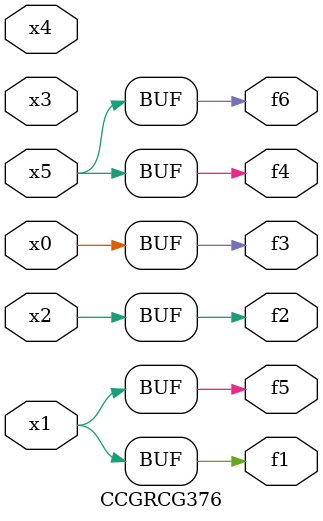
<source format=v>
module CCGRCG376(
	input x0, x1, x2, x3, x4, x5,
	output f1, f2, f3, f4, f5, f6
);
	assign f1 = x1;
	assign f2 = x2;
	assign f3 = x0;
	assign f4 = x5;
	assign f5 = x1;
	assign f6 = x5;
endmodule

</source>
